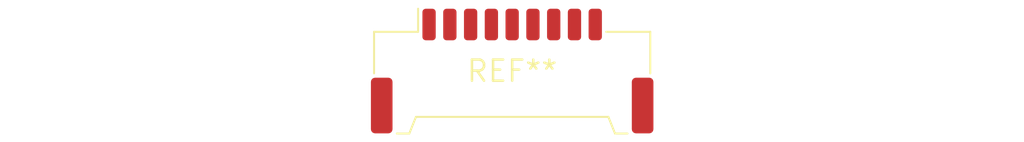
<source format=kicad_pcb>
(kicad_pcb (version 20240108) (generator pcbnew)
  (layers (0 "F.Cu" signal) (31 "B.Cu" signal) (34 "B.Paste" user) (35 "F.Paste" user) (36 "B.SilkS" user "B.Silkscreen") (37 "F.SilkS" user "F.Silkscreen") (38 "B.Mask" user) (39 "F.Mask" user) (44 "Edge.Cuts" user))
  (net 0 "")
  (footprint "Molex_Panelmate_53780-0970_1x09-1MP_P1.25mm_Horizontal" (layer "F.Cu") (at 0 0)
    (property "Reference" "REF**")
    (property "Value" "Molex_Panelmate_53780-0970_1x09-1MP_P1.25mm_Horizontal")
    (fp_line (start -8.31 -2.36) (end -5.66 -2.36) (layer "F.SilkS") (stroke (width 0.12)))
    (fp_line (start -8.31 0.14) (end -8.31 -2.36) (layer "F.SilkS") (stroke (width 0.12)))
    (fp_line (start -6.94 3.76) (end -6.19 3.76) (layer "F.SilkS") (stroke (width 0.12)))
    (fp_line (start -6.19 3.76) (end -5.79 2.76) (layer "F.SilkS") (stroke (width 0.12)))
    (fp_line (start -5.79 2.76) (end 5.79 2.76) (layer "F.SilkS") (stroke (width 0.12)))
    (fp_line (start -5.66 -2.36) (end -5.66 -3.75) (layer "F.SilkS") (stroke (width 0.12)))
    (fp_line (start 5.79 2.76) (end 6.19 3.76) (layer "F.SilkS") (stroke (width 0.12)))
    (fp_line (start 6.19 3.76) (end 6.94 3.76) (layer "F.SilkS") (stroke (width 0.12)))
    (fp_line (start 8.31 -2.36) (end 5.66 -2.36) (layer "F.SilkS") (stroke (width 0.12)))
    (fp_line (start 8.31 0.14) (end 8.31 -2.36) (layer "F.SilkS") (stroke (width 0.12)))
    (pad "1" smd roundrect (at -5 -2.8) (size 0.8 1.9) (layers "F.Cu" "F.Paste" "F.Mask"))
    (pad "2" smd roundrect (at -3.75 -2.8) (size 0.8 1.9) (layers "F.Cu" "F.Paste" "F.Mask"))
    (pad "3" smd roundrect (at -2.5 -2.8) (size 0.8 1.9) (layers "F.Cu" "F.Paste" "F.Mask"))
    (pad "4" smd roundrect (at -1.25 -2.8) (size 0.8 1.9) (layers "F.Cu" "F.Paste" "F.Mask"))
    (pad "5" smd roundrect (at 0 -2.8) (size 0.8 1.9) (layers "F.Cu" "F.Paste" "F.Mask"))
    (pad "6" smd roundrect (at 1.25 -2.8) (size 0.8 1.9) (layers "F.Cu" "F.Paste" "F.Mask"))
    (pad "7" smd roundrect (at 2.5 -2.8) (size 0.8 1.9) (layers "F.Cu" "F.Paste" "F.Mask"))
    (pad "8" smd roundrect (at 3.75 -2.8) (size 0.8 1.9) (layers "F.Cu" "F.Paste" "F.Mask"))
    (pad "9" smd roundrect (at 5 -2.8) (size 0.8 1.9) (layers "F.Cu" "F.Paste" "F.Mask"))
    (pad "MP" smd roundrect (at -7.85 2.075) (size 1.3 3.35) (layers "F.Cu" "F.Paste" "F.Mask") (roundrect_rratio 0.192308))
    (pad "MP" smd roundrect (at 7.85 2.075) (size 1.3 3.35) (layers "F.Cu" "F.Paste" "F.Mask") (roundrect_rratio 0.192308))
  )
)
</source>
